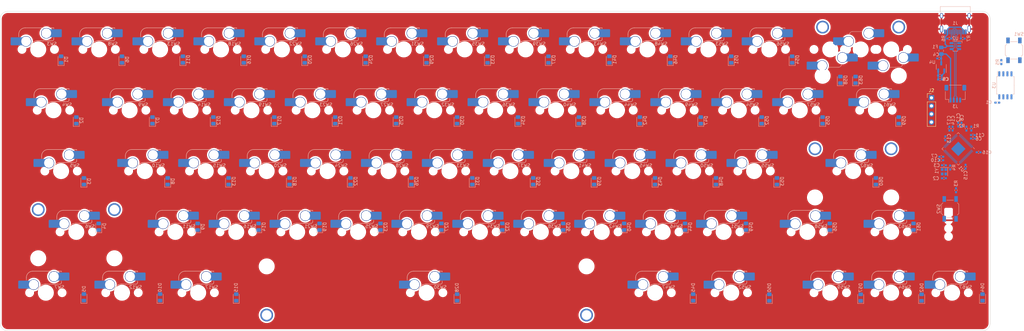
<source format=kicad_pcb>
(kicad_pcb (version 20211014) (generator pcbnew)
  (layers (0 "F.Cu" signal) (31 "B.Cu" signal) (34 "B.Paste" user) (35 "F.Paste" user) (36 "B.SilkS" user "B.Silkscreen") (37 "F.SilkS" user "F.Silkscreen") (38 "B.Mask" user) (39 "F.Mask" user) (44 "Edge.Cuts" user))
  (net 0 "")
  (net 1 "+1V1")
  (net 2 "GND")
  (net 3 "+3V3")
  (net 4 "+5V")
  (net 5 "ROW1")
  (net 6 "Net-(D1-Pad2)")
  (net 7 "ROW2")
  (net 8 "Net-(D2-Pad2)")
  (net 9 "ROW3")
  (net 10 "Net-(D3-Pad2)")
  (net 11 "ROW4")
  (net 12 "Net-(D4-Pad2)")
  (net 13 "Net-(D5-Pad2)")
  (net 14 "Net-(D6-Pad2)")
  (net 15 "Net-(D7-Pad2)")
  (net 16 "Net-(D8-Pad2)")
  (net 17 "Net-(D9-Pad2)")
  (net 18 "Net-(D10-Pad2)")
  (net 19 "Net-(D11-Pad2)")
  (net 20 "Net-(D12-Pad2)")
  (net 21 "Net-(D13-Pad2)")
  (net 22 "Net-(D14-Pad2)")
  (net 23 "Net-(D15-Pad2)")
  (net 24 "Net-(D16-Pad2)")
  (net 25 "Net-(D17-Pad2)")
  (net 26 "Net-(D18-Pad2)")
  (net 27 "Net-(D19-Pad2)")
  (net 28 "Net-(D20-Pad2)")
  (net 29 "Net-(D21-Pad2)")
  (net 30 "Net-(D22-Pad2)")
  (net 31 "Net-(D23-Pad2)")
  (net 32 "Net-(D24-Pad2)")
  (net 33 "Net-(D25-Pad2)")
  (net 34 "Net-(D26-Pad2)")
  (net 35 "Net-(D27-Pad2)")
  (net 36 "Net-(D28-Pad2)")
  (net 37 "Net-(D29-Pad2)")
  (net 38 "Net-(D30-Pad2)")
  (net 39 "Net-(D31-Pad2)")
  (net 40 "Net-(D32-Pad2)")
  (net 41 "Net-(D33-Pad2)")
  (net 42 "Net-(D34-Pad2)")
  (net 43 "Net-(D35-Pad2)")
  (net 44 "Net-(D36-Pad2)")
  (net 45 "Net-(D37-Pad2)")
  (net 46 "Net-(D38-Pad2)")
  (net 47 "Net-(D39-Pad2)")
  (net 48 "Net-(D40-Pad2)")
  (net 49 "Net-(D41-Pad2)")
  (net 50 "Net-(D42-Pad2)")
  (net 51 "Net-(D43-Pad2)")
  (net 52 "Net-(D44-Pad2)")
  (net 53 "Net-(D45-Pad2)")
  (net 54 "Net-(D46-Pad2)")
  (net 55 "Net-(D47-Pad2)")
  (net 56 "Net-(D48-Pad2)")
  (net 57 "Net-(D49-Pad2)")
  (net 58 "Net-(D50-Pad2)")
  (net 59 "Net-(D51-Pad2)")
  (net 60 "Net-(D52-Pad2)")
  (net 61 "Net-(D53-Pad2)")
  (net 62 "Net-(D54-Pad2)")
  (net 63 "Net-(D55-Pad2)")
  (net 64 "Net-(D56-Pad2)")
  (net 65 "Net-(D57-Pad2)")
  (net 66 "Net-(D58-Pad2)")
  (net 67 "Net-(D59-Pad2)")
  (net 68 "Net-(D60-Pad2)")
  (net 69 "Net-(D61-Pad2)")
  (net 70 "Net-(D62-Pad2)")
  (net 71 "Net-(D63-Pad2)")
  (net 72 "Net-(D64-Pad2)")
  (net 73 "VBUS")
  (net 74 "RESET")
  (net 75 "/CC1")
  (net 77 "/CC2")
  (net 78 "D_P")
  (net 79 "/D_+")
  (net 80 "D_N")
  (net 81 "/D_-")
  (net 82 "Net-(R4-Pad2)")
  (net 83 "/USB_BOOT")
  (net 84 "CS")
  (net 85 "COL0")
  (net 86 "COL1")
  (net 87 "COL2")
  (net 88 "COL3")
  (net 89 "COL4")
  (net 90 "COL5")
  (net 91 "COL6")
  (net 92 "COL7")
  (net 93 "COL8")
  (net 94 "COL9")
  (net 95 "COL10")
  (net 96 "COL11")
  (net 97 "COL12")
  (net 98 "COL13")
  (net 99 "COL14")
  (net 106 "SCL")
  (net 107 "SDA")
  (net 110 "SD3")
  (net 111 "QSPI_CLK")
  (net 112 "SD0")
  (net 113 "SD2")
  (net 114 "SD1")
  (net 115 "/XIN")
  (net 116 "/XOUT")
  (net 122 "ROW0")
  (footprint "Connector_PinHeader_2.54mm:PinHeader_1x04_P2.54mm_Vertical" (layer "F.Cu") (at 345.186 119.136)
    (fp_text reference "J2")
    (fp_text value "OLED")
  )
  (footprint "marbastlib-mx:SW_MX_HS_1u" (layer "B.Cu") (at 246.85625 123.03125 180)
    (fp_text reference "SW44")
    (fp_text value "O" hide)
  )
  (footprint "Diode_SMD:D_0805_2012Metric_Pad1.15x1.40mm_HandSolder" (layer "B.Cu") (at 191.94375 159.512 90)
    (fp_text reference "D27")
    (fp_text value "D")
  )
  (footprint "Diode_SMD:D_0805_2012Metric_Pad1.15x1.40mm_HandSolder" (layer "B.Cu") (at 182.5625 145.25625 90)
    (fp_text reference "D26")
    (fp_text value "D")
  )
  (footprint "Diode_SMD:D_0805_2012Metric_Pad1.15x1.40mm_HandSolder" (layer "B.Cu") (at 80.16875 181.61 90)
    (fp_text reference "D5")
    (fp_text value "D")
  )
  (footprint "Diode_SMD:D_0805_2012Metric_Pad1.15x1.40mm_HandSolder" (layer "B.Cu") (at 127.79375 181.64125 90)
    (fp_text reference "D15")
    (fp_text value "D")
  )
  (footprint "marbastlib-mx:SW_MX_HS_1u" (layer "B.Cu") (at 289.71875 142.08125 180)
    (fp_text reference "SW55")
    (fp_text value "Quote" hide)
  )
  (footprint "marbastlib-mx:SW_MX_HS_1u" (layer "B.Cu") (at 108.74375 161.13125 180)
    (fp_text reference "SW11")
    (fp_text value "Z" hide)
  )
  (footprint "marbastlib-various:SOT-23-6-routable" (layer "B.Cu") (at 352.647 102.931 180)
    (fp_text reference "U2")
    (fp_text value "SRV05-4")
  )
  (footprint "marbastlib-mx:SW_MX_HS_1u" (layer "B.Cu") (at 265.90625 123.03125 180)
    (fp_text reference "SW49")
    (fp_text value "P" hide)
  )
  (footprint "Diode_SMD:D_0805_2012Metric_Pad1.15x1.40mm_HandSolder" (layer "B.Cu") (at 361.15625 181.64103 90)
    (fp_text reference "D64")
    (fp_text value "D")
  )
  (footprint "Diode_SMD:D_0805_2012Metric_Pad1.15x1.40mm_HandSolder" (layer "B.Cu") (at 172.89375 159.512 90)
    (fp_text reference "D23")
    (fp_text value "D")
  )
  (footprint "Diode_SMD:D_0805_2012Metric_Pad1.15x1.40mm_HandSolder" (layer "B.Cu") (at 73.025 107.15625 90)
    (fp_text reference "D1")
    (fp_text value "D")
  )
  (footprint "Capacitor_SMD:C_0402_1005Metric_Pad0.74x0.62mm_HandSolder" (layer "B.Cu") (at 347.853 112.137 180)
    (fp_text reference "C5")
    (fp_text value "1uF")
  )
  (footprint "Button_Switch_SMD:SW_SPST_SKQG_WithStem" (layer "B.Cu") (at 370.967 104.267 90)
    (fp_text reference "SW1")
    (fp_text value "SW_Push")
  )
  (footprint "marbastlib-mx:STAB_MX_P_6.25u" (layer "B.Cu") (at 187.325 180.18125)
    (fp_text reference "S2" hide)
    (fp_text value "Space_Stab")
  )
  (footprint "marbastlib-mx:SW_MX_HS_1u" (layer "B.Cu") (at 142.08125 103.98125 180)
    (fp_text reference "SW22")
    (fp_text value "4" hide)
  )
  (footprint "marbastlib-mx:SW_MX_HS_1u" (layer "B.Cu") (at 242.09375 161.13125 180)
    (fp_text reference "SW42")
    (fp_text value "Comma" hide)
  )
  (footprint "Capacitor_SMD:C_0402_1005Metric_Pad0.74x0.62mm_HandSolder" (layer "B.Cu") (at 349.085066 144.322504 180)
    (fp_text reference "C2")
    (fp_text value "22pF")
  )
  (footprint "Capacitor_SMD:C_0402_1005Metric_Pad0.74x0.62mm_HandSolder" (layer "B.Cu") (at 353.556 127.508 90)
    (fp_text reference "C12")
    (fp_text value "100nF")
  )
  (footprint "marbastlib-mx:SW_MX_HS_1.25u" (layer "B.Cu") (at 68.2625 180.18125 180)
    (fp_text reference "SW7")
    (fp_text value "LCtrl" hide)
  )
  (footprint "Diode_SMD:D_0805_2012Metric_Pad1.15x1.40mm_HandSolder" (layer "B.Cu") (at 282.575 107.15625 90)
    (fp_text reference "D51")
    (fp_text value "D")
  )
  (footprint "Diode_SMD:D_0805_2012Metric_Pad1.15x1.40mm_HandSolder" (layer "B.Cu") (at 220.6625 145.25625 90)
    (fp_text reference "D35")
    (fp_text value "D")
  )
  (footprint "marbastlib-mx:SW_MX_HS_1.25u" (layer "B.Cu") (at 92.075 180.18125 180)
    (fp_text reference "SW12")
    (fp_text value "LWin" hide)
  )
  (footprint "Resistor_SMD:R_0402_1005Metric_Pad0.72x0.64mm_HandSolder" (layer "B.Cu") (at 356.108 128.778 -90)
    (fp_text reference "R2")
    (fp_text value "27R")
  )
  (footprint "marbastlib-mx:SW_MX_HS_1u" (layer "B.Cu") (at 261.14375 161.13125 180)
    (fp_text reference "SW46")
    (fp_text value "Period" hide)
  )
  (footprint "marbastlib-mx:SW_MX_HS_1u" (layer "B.Cu") (at 65.88125 103.98125 180)
    (fp_text reference "SW3")
    (fp_text value "Esc" hide)
  )
  (footprint "Diode_SMD:D_0805_2012Metric_Pad1.15x1.40mm_HandSolder" (layer "B.Cu") (at 301.625 107.15625 90)
    (fp_text reference "D54")
    (fp_text value "D")
  )
  (footprint "marbastlib-mx:SW_MX_HS_1u" (layer "B.Cu") (at 218.28125 103.98125 180)
    (fp_text reference "SW39")
    (fp_text value "8" hide)
  )
  (footprint "marbastlib-mx:SW_MX_HS_1u" (layer "B.Cu") (at 175.41875 142.08125 180)
    (fp_text reference "SW28")
    (fp_text value "G" hide)
  )
  (footprint "Diode_SMD:D_0805_2012Metric_Pad1.15x1.40mm_HandSolder" (layer "B.Cu") (at 339.58125 159.512 90)
    (fp_text reference "D61")
    (fp_text value "D")
  )
  (footprint "marbastlib-mx:SW_MX_HS_1u" (layer "B.Cu") (at 304.00625 123.03125 180)
    (fp_text reference "SW57")
    (fp_text value "]" hide)
  )
  (footprint "Diode_SMD:D_0805_2012Metric_Pad1.15x1.40mm_HandSolder" (layer "B.Cu") (at 296.8625 145.25625 90)
    (fp_text reference "D53")
    (fp_text value "D")
  )
  (footprint "Capacitor_SMD:C_0402_1005Metric_Pad0.74x0.62mm_HandSolder" (layer "B.Cu") (at 354.572 127.508 90)
    (fp_text reference "C8")
    (fp_text value "100nF")
  )
  (footprint "marbastlib-mx:SW_MX_HS_1u" (layer "B.Cu") (at 170.65625 123.03125 180)
    (fp_text reference "SW27")
    (fp_text value "T" hide)
  )
  (footprint "Diode_SMD:D_0805_2012Metric_Pad1.15x1.40mm_HandSolder" (layer "B.Cu") (at 292.1 126.20625 90)
    (fp_text reference "D52")
    (fp_text value "D")
  )
  (footprint "marbastlib-mx:SW_MX_HS_1u" (layer "B.Cu") (at 161.13125 103.98125 180)
    (fp_text reference "SW26")
    (fp_text value "5" hide)
  )
  (footprint "marbastlib-mx:SW_MX_HS_1u" (layer "B.Cu") (at 84.93125 103.98125 180)
    (fp_text reference "SW8")
    (fp_text value "1" hide)
  )
  (footprint "marbastlib-mx:SW_MX_HS_1u" (layer "B.Cu") (at 313.53125 180.18125 180)
    (fp_text reference "SW59")
    (fp_text value "Left" hide)
  )
  (footprint "Diode_SMD:D_0805_2012Metric_Pad1.15x1.40mm_HandSolder" (layer "B.Cu") (at 196.85 181.64125 90)
    (fp_text reference "D28")
    (fp_text value "D")
  )
  (footprint "Diode_SMD:D_0805_2012Metric_Pad1.15x1.40mm_HandSolder" (layer "B.Cu") (at 230.04375 159.512 90)
    (fp_text reference "D36")
    (fp_text value "D")
  )
  (footprint "Diode_SMD:D_0805_2012Metric_Pad1.15x1.40mm_HandSolder" (layer "B.Cu") (at 234.95 126.20625 90)
    (fp_text reference "D38")
    (fp_text value "D")
  )
  (footprint "marbastlib-mx:SW_MX_HS_1u" (layer "B.Cu") (at 270.66875 142.08125 180)
    (fp_text reference "SW50")
    (fp_text value "Colon" hide)
  )
  (footprint "marbastlib-mx:SW_MX_HS_1u" (layer "B.Cu") (at 203.99375 161.13125 180)
    (fp_text reference "SW34")
    (fp_text value "N" hide)
  )
  (footprint "marbastlib-mx:SW_MX_HS_1u" (layer "B.Cu") (at 165.89375 161.13125 180)
    (fp_text reference "SW25")
    (fp_text value "V" hide)
  )
  (footprint "Diode_SMD:D_0805_2012Metric_Pad1.15x1.40mm_HandSolder" (layer "B.Cu") (at 263.525 107.15625 90)
    (fp_text reference "D46")
    (fp_text value "D")
  )
  (footprint "Diode_SMD:D_0805_2012Metric_Pad1.15x1.40mm_HandSolder" (layer "B.Cu") (at 153.84375 159.512 90)
    (fp_text reference "D19")
    (fp_text value "D")
  )
  (footprint "marbastlib-mx:SW_MX_HS_1u" (layer "B.Cu") (at 320.675 142.08125 180)
    (fp_text reference "SW62")
    (fp_text value "Enter" hide)
  )
  (footprint "Package_SO:SOIC-8_5.23x5.23mm_P1.27mm" (layer "B.Cu") (at 368.3 115.2305 -90)
    (fp_text reference "U3")
    (fp_text value "W25Q128JVS")
  )
  (footprint "Package_DFN_QFN:QFN-56-1EP_7x7mm_P0.4mm_EP3.2x3.2mm" (layer "B.Cu") (at 353.568 135.128 135)
    (fp_text reference "U1")
    (fp_text value "RP2040")
  )
  (footprint "Diode_SMD:D_0805_2012Metric_Pad1.15x1.40mm_HandSolder" (layer "B.Cu") (at 316.70625 113.50625 90)
    (fp_text reference "D58")
    (fp_text value "D")
  )
  (footprint "Diode_SMD:D_0805_2012Metric_Pad1.15x1.40mm_HandSolder" (layer "B.Cu") (at 144.4625 145.25625 90)
    (fp_text reference "D18")
    (fp_text value "D")
  )
  (footprint "Capacitor_SMD:C_0402_1005Metric_Pad0.74x0.62mm_HandSolder" (layer "B.Cu") (at 365.76 120.65 180)
    (fp_text reference "C1")
    (fp_text value "100nF")
  )
  (footprint "marbastlib-mx:SW_MX_HS_1u" (layer "B.Cu") (at 146.84375 161.13125 180)
    (fp_text reference "SW21")
    (fp_text value "C" hide)
  )
  (footprint "Capacitor_SMD:C_0402_1005Metric_Pad0.74x0.62mm_HandSolder" (layer "B.Cu") (at 359.918 136.1995)
    (fp_text reference "C16")
    (fp_text value "100nF")
  )
  (footprint "marbastlib-mx:SW_MX_HS_1u" (layer "B.Cu") (at 151.60625 123.03125 180)
    (fp_text reference "SW23")
    (fp_text value "R" hide)
  )
  (footprint "marbastlib-mx:SW_MX_HS_S_1u" (layer "B.Cu") (at 323.05625 103.98125 180)
    (fp_text reference "SW65" hide)
    (fp_text value "BkSpc" hide)
  )
  (footprint "Capacitor_SMD:C_0402_1005Metric_Pad0.74x0.62mm_HandSolder" (layer "B.Cu") (at 351.79 128.778 90)
    (fp_text reference "C14")
    (fp_text value "100nF")
  )
  (footprint "Diode_SMD:D_0805_2012Metric_Pad1.15x1.40mm_HandSolder" (layer "B.Cu") (at 120.65 126.20625 90)
    (fp_text reference "D12")
    (fp_text value "D")
  )
  (footprint "Diode_SMD:D_0805_2012Metric_Pad1.15x1.40mm_HandSolder" (layer "B.Cu") (at 239.7125 145.25625 90)
    (fp_text reference "D39")
    (fp_text value "D")
  )
  (footprint "Diode_SMD:D_0805_2012Metric_Pad1.15x1.40mm_HandSolder" (layer "B.Cu") (at 106.3625 145.25625 90)
    (fp_text reference "D8")
    (fp_text value "D")
  )
  (footprint "marbastlib-mx:SW_MX_HS_1u" (layer "B.Cu") (at 94.45625 123.03125 180)
    (fp_text reference "SW9")
    (fp_text value "Q" hide)
  )
  (footprint "Resistor_SMD:R_0402_1005Metric_Pad0.72x0.64mm_HandSolder" (layer "B.Cu") (at 354.965 100.584)
    (fp_text reference "R7")
    (fp_text value "5k1")
  )
  (footprint "Diode_SMD:D_0805_2012Metric_Pad1.15x1.40mm_HandSolder" (layer "B.Cu") (at 101.6 126.20625 90)
    (fp_text reference "D7")
    (fp_text value "D")
  )
  (footprint "Resistor_SMD:R_0402_1005Metric_Pad0.72x0.64mm_HandSolder" (layer "B.Cu") (at 351.028 140.97 90)
    (fp_text reference "R4")
    (fp_text value "1k")
  )
  (footprint "marbastlib-mx:SW_MX_HS_1u" (layer "B.Cu") (at 237.33125 103.98125 180)
    (fp_text reference "SW43")
    (fp_text value "9" hide)
  )
  (footprint "Diode_SMD:D_0805_2012Metric_Pad1.15x1.40mm_HandSolder" (layer "B.Cu") (at 77.7875 126.20625 90)
    (fp_text reference "D2")
    (fp_text value "D")
  )
  (footprint "Diode_SMD:D_0805_2012Metric_Pad1.15x1.40mm_HandSolder" (layer "B.Cu") (at 125.4125 145.25625 90)
    (fp_text reference "D13")
    (fp_text value "D")
  )
  (footprint "Resistor_SMD:R_0402_1005Metric_Pad0.72x0.64mm_HandSolder" (layer "B.Cu") (at 350.774 100.584 180)
    (fp_text reference "R6")
    (fp_text value "5k1")
  )
  (footprint "Diode_SMD:D_0805_2012Metric_Pad1.15x1.40mm_HandSolder" (layer "B.Cu") (at 313.3875 159.512 90)
    (fp_text reference "D56")
    (fp_text value "D")
  )
  (footprint "Diode_SMD:D_0805_2012Metric_Pad1.15x1.40mm_HandSolder" (layer "B.Cu") (at 327.81875 145.25625 90)
    (fp_text reference "D60")
    (fp_text value "D")
  )
  (footprint "marbastlib-mx:SW_MX_HS_1u" (layer "B.Cu") (at 284.95625 123.03125 180)
    (fp_text reference "SW54")
    (fp_text value "[" hide)
  )
  (footprint "Capacitor_SMD:C_0402_1005Metric_Pad0.74x0.62mm_HandSolder" (layer "B.Cu") (at 349.085066 140.258504)
    (fp_text reference "C3")
    (fp_text value "22pF")
  )
  (footprint "Diode_SMD:D_0805_2012Metric_Pad1.15x1.40mm_HandSolder" (layer "B.Cu") (at 225.425 107.15625 90)
    (fp_text reference "D37")
    (fp_text value "D")
  )
  (footprint "Capacitor_SMD:C_0402_1005Metric_Pad0.74x0.62mm_HandSolder" (layer "B.Cu") (at 347.599 106.807)
    (fp_text reference "C4")
    (fp_text value "1uF")
  )
  (footprint "Connector_USB:USB_C_Receptacle_HRO_TYPE-C-31-M-12" (layer "B.Cu") (at 352.642 94.45625)
    (fp_text reference "J1")
    (fp_text value "USB_C_Receptacle_USB2.0")
  )
  (footprint "marbastlib-mx:SW_MX_HS_1u" (layer "B.Cu") (at 127.79375 161.13125 180)
    (fp_text reference "SW16")
    (fp_text value "X" hide)
  )
  (footprint "marbastlib-mx:SW_MX_HS_1u" (layer "B.Cu") (at 275.43125 103.98125 180)
    (fp_text reference "SW53")
    (fp_text value "Minus" hide)
  )
  (footprint "marbastlib-mx:SW_MX_HS_1u" (layer "B.Cu") (at 180.18125 103.98125 180)
    (fp_text reference "SW31")
    (fp_text value "6" hide)
  )
  (footprint "Diode_SMD:D_0805_2012Metric_Pad1.15x1.40mm_HandSolder" (layer "B.Cu") (at 268.14375 159.512 90)
    (fp_text reference "D44")
    (fp_text value "D")
  )
  (footprint "Diode_SMD:D_0805_2012Metric_Pad1.15x1.40mm_HandSolder" (layer "B.Cu") (at 115.74375 159.512 90)
    (fp_text reference "D9")
    (fp_text value "D")
  )
  (footprint "marbastlib-mx:SW_MX_HS_1u" (layer "B.Cu") (at 332.58125 161.13125 180)
    (fp_text reference "SW63")
    (fp_text value "Up" hide)
  )
  (footprint "Capacitor_SMD:C_0402_1005Metric_Pad0.74x0.62mm_HandSolder" (layer "B.Cu") (at 348.252 137.59925 180)
    (fp_text reference "C7")
    (fp_text value "100nF")
  )
  (footprint "Diode_SMD:D_0805_2012Metric_Pad1.15x1.40mm_HandSolder" (layer "B.Cu") (at 134.79375 159.512 90)
    (fp_text reference "D14")
    (fp_text value "D")
  )
  (footprint "Diode_SMD:D_0805_2012Metric_Pad1.15x1.40mm_HandSolder" (layer "B.Cu") (at 273.05 126.20625 90)
    (fp_text reference "D47")
    (fp_text value "D")
  )
  (footprint "Diode_SMD:D_0805_2012Metric_Pad1.15x1.40mm_HandSolder" (layer "B.Cu") (at 130.175 107.15625 90)
    (fp_text reference "D16")
    (fp_text value "D")
  )
  (footprint "Capacitor_SMD:C_0402_1005Metric_Pad0.74x0.62mm_HandSolder" (layer "B.Cu") (at 349.504 131.826 90)
    (fp_text reference "C13")
    (fp_text value "100nF")
  )
  (footprint "marbastlib-mx:SW_MX_HS_1.5u" (layer "B.Cu") (at 327.81875 123.03125 180)
    (fp_text reference "SW61")
    (fp_text value "BkSlsh" hide)
  )
  (footprint "marbastlib-mx:SW_MX_HS_1u" (layer "B.Cu") (at 213.51875 142.08125 180)
    (fp_text reference "SW37")
    (fp_text value "J" hide)
  )
  (footprint "Diode_SMD:D_0805_2012Metric_Pad1.15x1.40mm_HandSolder" (layer "B.Cu") (at 334.9625 126.20625 90)
    (fp_text reference "D59")
    (fp_text value "D")
  )
  (footprint "Diode_SMD:D_0805_2012Metric_Pad1.15x1.40mm_HandSolder" (layer "B.Cu") (at 92.075 107.15625 90)
    (fp_text reference "D6")
    (fp_text value "D")
  )
  (footprint "marbastlib-mx:SW_MX_HS_1u" (layer "B.Cu") (at 280.19375 161.13125 180)
    (fp_text reference "SW51")
    (fp_text value "Slash" hide)
  )
  (footprint "marbastlib-mx:SW_MX_HS_1u" (layer "B.Cu") (at 208.75625 123.03125 180)
    (fp_text reference "SW36")
    (fp_text value "U" hide)
  )
  (footprint "marbastlib-mx:SW_MX_HS_1u" (layer "B.Cu") (at 227.80625 123.03125 180)
    (fp_text reference "SW40")
    (fp_text value "I" hide)
  )
  (footprint "Diode_SMD:D_0805_2012Metric_Pad1.15x1.40mm_HandSolder" (layer "B.Cu") (at 158.75 126.20625 90)
    (fp_text reference "D21")
    (fp_text value "D")
  )
  (footprint "marbastlib-mx:SW_MX_HS_1u" (layer "B.Cu") (at 251.61875 142.08125 180)
    (fp_text reference "SW45")
    (fp_text value "L" hide)
  )
  (footprint "Diode_SMD:D_0805_2012Metric_Pad1.15x1.40mm_HandSolder" (layer "B.Cu") (at 168.275 107.15625 90)
    (fp_text reference "D24")
    (fp_text value "D")
  )
  (footprint "marbastlib-mx:SW_MX_HS_1u" (layer "B.Cu") (at 113.50625 123.03125 180)
    (fp_text reference "SW14")
    (fp_text value "W" hide)
  )
  (footprint "Diode_SMD:D_0805_2012Metric_Pad1.15x1.40mm_HandSolder" (layer "B.Cu") (at 149.225 107.15625 90)
    (fp_text reference "D20")
    (fp_text value "D")
  )
  (footprint "marbastlib-mx:SW_MX_HS_S_1u" (layer "B.Cu") (at 313.53125 103.98125)
    (fp_text reference "SW60" hide)
    (fp_text value "Pipe" hide)
  )
  (footprint "Package_TO_SOT_SMD:SOT-23-3" (layer "B.Cu") (at 348.234 109.474 90)
    (fp_text reference "U4")
    (fp_text value "XC6206PxxxMR")
  )
  (footprint "Diode_SMD:D_0805_2012Metric_Pad1.15x1.40mm_HandSolder" (layer "B.Cu") (at 206.375 107.15625 90)
    (fp_text reference "D33")
    (fp_text value "D")
  )
  (footprint "marbastlib-mx:SW_MX_HS_1u" (layer "B.Cu") (at 232.56875 142.08125 180)
    (fp_text reference "SW41")
    (fp_text value "K" hide)
  )
  (footprint "Diode_SMD:D_0805_2012Metric_Pad1.15x1.40mm_HandSolder" (layer "B.Cu") (at 244.475 107.15625 90)
    (fp_text reference "D41")
    (fp_text value "D")
  )
  (footprint "marbastlib-mx:SW_MX_HS_1.5u" (layer "B.Cu") (at 70.64375 123.03125 180)
    (fp_text reference "SW4")
    (fp_text value "Tab" hide)
  )
  (footprint "marbastlib-mx:SW_MX_HS_1u" (layer "B.Cu") (at 332.58125 180.18125 180)
    (fp_text reference "SW64")
    (fp_text value "Down" hide)
  )
  (footprint "marbastlib-mx:SW_MX_HS_1u" (layer "B.Cu") (at 194.46875 142.08125 180)
    (fp_text reference "SW33")
    (fp_text value "H" hide)
  )
  (footprint "Capacitor_SMD:C_0402_1005Metric_Pad0.74x0.62mm_HandSolder" (layer "B.Cu") (at 350.774 128.778 90)
    (fp_text reference "C17")
    (fp_text value "100nF")
  )
  (footprint "Diode_SMD:D_0805_2012Metric_Pad1.15x1.40mm_HandSolder" (layer "B.Cu") (at 177.8 126.20625 90)
    (fp_text reference "D25")
    (fp_text value "D")
  )
  (footprint "Diode_SMD:D_0805_2012Metric_Pad1.15x1.40mm_HandSolder" (layer "B.Cu") (at 342.10625 181.69125 90)
    (fp_text reference "D62")
    (fp_text value "D")
  )
  (footprint "Diode_SMD:D_0805_2012Metric_Pad1.15x1.40mm_HandSolder" (layer "B.Cu") (at 80.16875 145.25625 90)
    (fp_text reference "D3")
    (fp_text value "D")
  )
  (footprint "Fuse:Fuse_0805_2012Metric_Pad1.15x1.40mm_HandSolder" (layer "B.Cu") (at 348.234 104.394 -90)
    (fp_text reference "F1")
    (fp_text value "500mA")
  )
  (footprint "Diode_SMD:D_0805_2012Metric_Pad1.15x1.40mm_HandSolder" (layer "B.Cu") (at 103.98125 181.61 90)
    (fp_text reference "D10")
    (fp_text value "D")
  )
  (footprint "Resistor_SMD:R_0402_1005Metric_Pad0.72x0.64mm_HandSolder" (layer "B.Cu") (at 352.8596 148.082 -90)
    (fp_text reference "R3")
    (fp_text value "1k")
  )
  (footprint "Diode_SMD:D_0805_2012Metric_Pad1.15x1.40mm_HandSolder" (layer "B.Cu") (at 254 126.20625 90)
    (fp_text reference "D42")
    (fp_text value "D")
  )
  (footprint "marbastlib-mx:SW_MX_HS_1u" (layer "B.Cu") (at 187.325 180.18125 180)
    (fp_text reference "SW30")
    (fp_text value "Space" hide)
  )
  (footprint "Diode_SMD:D_0805_2012Metric_Pad1.15x1.40mm_HandSolder" (layer "B.Cu") (at 201.6125 145.25625 90)
    (fp_text reference "D31")
    (fp_text value "D")
  )
  (footprint "Diode_SMD:D_0805_2012Metric_Pad1.15x1.40mm_HandSolder" (layer "B.Cu") (at 111.125 107.15625 90)
    (fp_text reference "D11")
    (fp_text value "D")
  )
  (footprint "Diode_SMD:D_0805_2012Metric_Pad1.15x1.40mm_HandSolder" (layer "B.Cu") (at 311.15 126.20625 90)
    (fp_text reference "D55")
    (fp_text value "D")
  )
  (footprint "marbastlib-mx:SW_MX_HS_1u" (layer "B.Cu") (at 103.98125 103.98125 180)
    (fp_text reference "SW13")
    (fp_text value "2" hide)
  )
  (footprint "marbastlib-mx:SW_MX_HS_1u" (layer "B.Cu") (at 118.26875 142.08125 180)
    (fp_text reference "SW15")
    (fp_text value "S" hide)
  )
  (footprint "Diode_SMD:D_0805_2012Metric_Pad1.15x1.40mm_HandSolder" (layer "B.Cu") (at 187.325 107.15625 90)
    (fp_text reference "D29")
    (fp_text value "D")
  )
  (footprint "Diode_SMD:D_0805_2012Metric_Pad1.15x1.40mm_HandSolder" (layer "B.Cu") (at 294.48125 181.69125 90)
    (fp_text reference "D50")
    (fp_text value "D")
  )
  (footprint "marbastlib-mx:SW_MX_HS_1.25u" (layer "B.Cu") (at 258.7625 180.18125 180)
    (fp_text reference "SW47")
    (fp_text value "RAlt" hide)
  )
  (footprint "Capacitor_SMD:C_0402_1005Metric_Pad0.74x0.62mm_HandSolder" (layer "B.Cu") (at 355.854 140.716 -90)
    (fp_text reference "C15")
    (fp_text value "100nF")
  )
  (footprint "Capacitor_SMD:C_0402_1005Metric_Pad0.74x0.62mm_HandSolder" (layer "B.Cu") (at 347.853 113.411)
    (fp_text reference "C9")
    (fp_text value "10uF")
  )
  (footprint "marbastlib-mx:SW_MX_HS_1u" (layer "B.Cu") (at 132.55625 123.03125 180)
    (fp_text reference "SW19")
    (fp_text value "E" hide)
  )
  (footprint "marbastlib-mx:SW_MX_HS_1u" (layer "B.Cu") (at 123.03125 103.98125 180)
    (fp_text reference "SW18")
    (fp_text value "3" hide)
  )
  (footprint "Diode_SMD:D_0805_2012Metric_Pad1.15x1.40mm_HandSolder" (layer "B.Cu") (at 249.09375 159.512 90)
    (fp_text reference "D40")
    (fp_text value "D")
  )
  (footprint "marbastlib-mx:STAB_MX_P_2.25u" (layer "B.Cu") (at 320.675 142.08125 180)
    (fp_text reference "S4" hide)
    (fp_text value "Enter_Stab")
  )
  (footprint "Diode_SMD:D_0805_2012Metric_Pad1.15x1.40mm_HandSolder" (layer "B.Cu") (at 196.85 126.20625 90)
    (fp_text reference "D30")
    (fp_text value "D")
  )
  (footprint "Diode_SMD:D_0805_2012Metric_Pad1.15x1.40mm_HandSolder" (layer "B.Cu") (at 163.5125 145.25625 90)
    (fp_text reference "D22")
    (fp_text value "D")
  )
  (footprint "marbastlib-mx:STAB_MX_P_2u" (layer "B.Cu") (at 323.05625 103.98125 180)
    (fp_text reference "S3" hide)
    (fp_text value "BkSpc_Stab")
  )
  (footprint "marbastlib-mx:STAB_MX_P_2.25u" (layer "B.Cu") (at 77.7875 161.13125 180)
    (fp_text reference "S1" hide)
    (fp_text value "LShift_Stab")
  )
  (footprint "marbastlib-mx:SW_MX_HS_1u" (layer "B.Cu") (at 294.48125 103.98125 180)
    (fp_text reference "SW56")
    (fp_text value "Plus" hide)
  )
  (footprint "marbastlib-mx:SW_MX_HS_1u" (layer "B.Cu") (at 137.31875 142.08125 180)
    (fp_text reference "SW20")
    (fp_text value "D" hide)
  )
  (footprint "marbastlib-mx:SW_MX_HS_1.75u" (layer "B.Cu") (at 73.025 142.08125 180)
    (fp_text reference "SW5")
    (fp_text value "Caps" hide)
  )
  (footprint "marbastlib-mx:SW_MX_HS_1u" (layer "B.Cu") (at 199.23125 103.98125 180)
    (fp_text reference "SW35")
    (fp_text value "7" hide)
  )
  (footprint "marbastlib-mx:SW_MX_HS_1u" (layer "B.Cu") (at 156.36875 142.08125 180)
    (fp_text reference "SW24")
    (fp_text value "F" hide)
  )
  (footprint "marbastlib-mx:SW_MX_HS_1u" (layer "B.Cu") (at 99.21875 142.08125 180)
    (fp_text reference "SW10")
    (fp_text value "A" hide)
  )
  (footprint "Diode_SMD:D_0805_2012Metric_Pad1.15x1.40mm_HandSolder" (layer "B.Cu") (at 277.8125 145.25625 90)
    (fp_text reference "D48")
    (fp_text value "D")
  )
  (footprint "Button_Switch_SMD:SW_SPST_SKQG_WithStem" (layer "B.Cu") (at 351.028 153.924 -90)
    (fp_text reference "SW2")
    (fp_text value "SW_Push")
  )
  (footprint "Diode_SMD:D_0805_2012Metric_Pad1.15x1.40mm_HandSolder" (layer "B.Cu") (at 139.7 126.20625 90)
    (fp_text reference "D17")
    (fp_text value "D")
  )
  (footprint "Capacitor_SMD:C_0402_1005Metric_Pad0.74x0.62mm_HandSolder" (layer "B.Cu") (at 358.14 130.81)
    (fp_text reference "C11")
    (fp_text value "100nF")
  )
  (footprint "marbastlib-mx:SW_MX_HS_1u" (layer "B.Cu") (at 256.38125 103.98125 180)
    (fp_text reference "SW48")
    (fp_text value "0" hide)
  )
  (footprint "Diode_SMD:D_0805_2012Metric_Pad1.15x1.40mm_HandSolder" (layer "B.Cu") (at 287.19375 159.4995 90)
    (fp_text reference "D49")
    (fp_text value "D")
  )
  (footprint "Diode_SMD:D_0805_2012Metric_Pad1.15x1.40mm_HandSolder" (layer "B.Cu") (at 215.9 126.20625 90)
    (fp_text reference "D34")
    (fp_text value "D")
  )
  (footprint "marbastlib-mx:SW_MX_HS_1.25u" (layer "B.Cu") (at 282.575 180.18125 180)
    (fp_text reference "SW52")
    (fp_text value "Fn" hide)
  )
  (footprint "marbastlib-mx:SW_MX_HS_1.25u" (layer "B.Cu") (at 115.8875 180.18125 180)
    (fp_text reference "SW17")
    (fp_text value "LAlt" hide)
  )
  (footprint "Connector_JST:JST_SH_SM04B-SRSS-TB_1x04-1MP_P1.00mm_Horizontal" (layer "B.Cu") (at 352.6536 117.856)
    (fp_text reference "J3")
    (fp_text value "DB")
  )
  (footprint "marbastlib-mx:SW_MX_HS_1u" (layer "B.Cu") (at 351.63125 180.18125 180)
    (fp_text reference "SW67")
    (fp_text value "Right" hide)
  )
  (footprint "Diode_SMD:D_0805_2012Metric_Pad1.15x1.40mm_HandSolder" (layer "B.Cu") (at 258.7625 145.25625 90)
    (fp_text reference "D43")
    (fp_text value "D")
  )
  (footprint "marbastlib-mx:SW_MX_HS_1u" (layer "B.Cu") (at 184.94375 161.13125 180)
    (fp_text reference "SW29")
    (fp_text value "B" hide)
  )
  (footprint "marbastlib-mx:SW_MX_HS_1u" (layer "B.Cu") (at 189.70625 123.03125 180)
    (fp_text reference "SW32")
    (fp_text value "Y" hide)
  )
  (footprint "Diode_SMD:D_0805_2012Metric_Pad1.15x1.40mm_HandSolder" (layer "B.Cu") (at 270.66875 181.64125 90)
    (fp_text reference "D45")
    (fp_text value "D")
  )
  (footprint "Diode_SMD:D_0805_2012Metric_Pad1.15x1.40mm_HandSolder" (layer "B.Cu") (at 321.46875 113.50625 90)
    (fp_text reference "D63")
    (fp_text value "D")
  )
  (footprint "marbastlib-mx:SW_MX_HS_1.75u" (layer "B.Cu") (at 306.3875 161.13125 180)
    (fp_text reference "SW58")
    (fp_text value "RShift" hide)
  )
  (footprint "Crystal:Crystal_SMD_2016-4Pin_2.0x1.6mm" (layer "B.Cu") (at 349.085066 142.281804 -90)
    (fp_text reference "Y1")
    (fp_text value "12MHz")
  )
  (footprint "Diode_SMD:D_0805_2012Metric_Pad1.15x1.40mm_HandSolder" (layer "B.Cu") (at 84.7875 159.512 90)
    (fp_text reference "D4")
    (fp_text value "D")
  )
  (footprint "Capacitor_SMD:C_0402_1005Metric_Pad0.74x0.62mm_HandSolder" (layer "B.Cu") (at 358.14 131.8715)
    (fp_text reference "C6")
    (fp_text value "1uF")
  )
  (footprint "Diode_SMD:D_0805_2012Metric_Pad1.15x1.40mm_HandSolder" (layer "B.Cu") (at 323.05625 181.69125 90)
    (fp_text reference "D57")
    (fp_text value "D")
  )
  (footprint "marbastlib-mx:SW_MX_HS_S_1u" (layer "B.Cu") (at 332.58125 103.98125)
    (fp_text reference "SW66" hide)
    (fp_text value "Tilde" hide)
  )
  (footprint "marbastlib-mx:SW_MX_HS_1u" (layer "B.Cu") (at 77.7875 161.13125 180)
    (fp_text reference "SW6")
    (fp_text value "LShift" hide)
  )
  (footprint "Diode_SMD:D_0805_2012Metric_Pad1.15x1.40mm_HandSolder" (layer "B.Cu") (at 210.99375 159.512 90)
    (fp_text reference "D32")
    (fp_text value "D")
  )
  (footprint "Resistor_SMD:R_0402_1005Metric_Pad0.72x0.64mm_HandSolder" (layer "B.Cu") (at 357.632 128.778 -90)
    (fp_text reference "R1")
    (fp_text value "27R")
  )
  (footprint "Resistor_SMD:R_0402_1005Metric_Pad0.72x0.64mm_HandSolder" (layer "B.Cu") (at 367.03 107.95 -90)
    (fp_text reference "R5")
    (fp_text value "1k")
  )
  (footprint "Capacitor_SMD:C_0402_1005Metric_Pad0.74x0.62mm_HandSolder" (layer "B.Cu") (at 348.234 138.684 180)
    (fp_text reference "C10")
    (fp_text value "1uF")
  )
  (footprint "marbastlib-mx:SW_MX_HS_1u" (layer "B.Cu") (at 223.04375 161.13125 180)
    (fp_text reference "SW38")
    (fp_text value "M" hide)
  )
  (gr_arc (start 53.975 94.45625) (mid 54.672452 92.772452) (end 56.35625 92.075) (layer "Edge.Cuts") (width 0.1))
  (gr_line (start 361.15625 92.075) (end 56.35625 92.075) (layer "Edge.Cuts") (width 0.1))
  (gr_arc (start 56.35625 192.0875) (mid 54.672452 191.390048) (end 53.975 189.70625) (layer "Edge.Cuts") (width 0.1))
  (gr_line (start 363.5375 189.70625) (end 363.5375 94.45625) (layer "Edge.Cuts") (width 0.1))
  (gr_line (start 53.975 94.45625) (end 53.975 189.70625) (layer "Edge.Cuts") (width 0.1))
  (gr_arc (start 361.15625 92.075) (mid 362.840048 92.772452) (end 363.5375 94.45625) (layer "Edge.Cuts") (width 0.1))
  (gr_arc (start 363.5375 189.70625) (mid 362.840048 191.390048) (end 361.15625 192.0875) (layer "Edge.Cuts") (width 0.1))
  (gr_line (start 56.35625 192.0875) (end 361.15625 192.0875) (layer "Edge.Cuts") (width 0.1))
  (segment (start 349.184 111.3735) (end 348.4205 112.137) (width 0.381) (layer "B.Cu") (net 2))
  (segment (start 349.184 110.6115) (end 349.184 111.3735) (width 0.381) (layer "B.Cu") (net 2))
  (segment (start 348.4205 112.137) (end 348.4205 113.411) (width 0.381) (layer "B.Cu") (net 2))
  (segment (start 347.284 113.4095) (end 347.2855 113.411) (width 0.381) (layer "B.Cu") (net 3))
  (segment (start 347.284 110.6115) (end 347.284 113.4095) (width 0.381) (layer "B.Cu") (net 3))
  (segment (start 351.1536 119.856) (end 351.1536 106.8056) (width 0.381) (layer "B.Cu") (net 4))
  (segment (start 348.234 105.419) (end 348.234 108.3365) (width 0.381) (layer "B.Cu") (net 4))
  (segment (start 349.767 105.419) (end 348.234 105.419) (width 0.381) (layer "B.Cu") (net 4))
  (segment (start 351.1536 106.8056) (end 349.767 105.419) (width 0.381) (layer "B.Cu") (net 4))
  (segment (start 350.192 99.376186) (end 349.4785 100.089686) (width 0.381) (layer "B.Cu") (net 73))
  (segment (start 354.33 97.028) (end 355.092 97.79) (width 0.381) (layer "B.Cu") (net 73))
  (segment (start 350.192 97.698832) (end 350.862832 97.028) (width 0.381) (layer "B.Cu") (net 73))
  (segment (start 350.073 102.936) (end 349.631 103.378) (width 0.381) (layer "B.Cu") (net 73))
  (segment (start 350.073 102.931) (end 350.073 102.936) (width 0.381) (layer "B.Cu") (net 73))
  (segment (start 350.192 98.50125) (end 350.192 99.376186) (width 0.381) (layer "B.Cu") (net 73))
  (segment (start 350.192 98.50125) (end 350.192 97.698832) (width 0.381) (layer "B.Cu") (net 73))
  (segment (start 349.631 103.378) (end 348.243 103.378) (width 0.381) (layer "B.Cu") (net 73))
  (segment (start 349.4785 100.089686) (end 349.4785 102.3365) (width 0.381) (layer "B.Cu") (net 73))
  (segment (start 349.4785 102.3365) (end 350.073 102.931) (width 0.381) (layer "B.Cu") (net 73))
  (segment (start 350.862832 97.028) (end 354.33 97.028) (width 0.381) (layer "B.Cu") (net 73))
  (segment (start 348.243 103.378) (end 348.234 103.369) (width 0.381) (layer "B.Cu") (net 73))
  (segment (start 355.092 97.79) (end 355.092 98.50125) (width 0.381) (layer "B.Cu") (net 73))
  (segment (start 350.073 102.931) (end 351.472 102.931) (width 0.381) (layer "B.Cu") (net 73))
  (segment (start 351.392 98.50125) (end 351.392 100.5635) (width 0.254) (layer "B.Cu") (net 75))
  (segment (start 351.392 100.4365) (end 351.3715 100.457) (width 0.254) (layer "B.Cu") (net 75))
  (segment (start 351.392 100.5635) (end 351.3715 100.584) (width 0.254) (layer "B.Cu") (net 75))
  (segment (start 354.392 100.5595) (end 354.3675 100.584) (width 0.254) (layer "B.Cu") (net 77))
  (segment (start 354.392 98.50125) (end 354.392 100.5595) (width 0.254) (layer "B.Cu") (net 77))
  (segment (start 353.522 103.881) (end 352.892 103.251) (width 0.2) (layer "B.Cu") (net 78))
  (segment (start 352.872001 104.830999) (end 352.872001 118.582401) (width 0.2) (layer "B.Cu") (net 78))
  (segment (start 353.1536 118.864) (end 353.1536 119.856) (width 0.2) (layer "B.Cu") (net 78))
  (segment (start 352.392 98.50125) (end 352.392 99.37625) (width 0.2) (layer "B.Cu") (net 78))
  (segment (start 352.892 103.251) (end 352.892 99.87625) (width 0.2) (layer "B.Cu") (net 78))
  (segment (start 353.822 103.881) (end 353.522 103.881) (width 0.2) (layer "B.Cu") (net 78))
  (segment (start 353.392 99.37625) (end 353.392 98.50125) (width 0.2) (layer "B.Cu") (net 78))
  (segment (start 352.892 99.87625) (end 353.392 99.37625) (width 0.2) (layer "B.Cu") (net 78))
  (segment (start 352.872001 118.582401) (end 353.1536 118.864) (width 0.2) (layer "B.Cu") (net 78))
  (segment (start 353.822 103.881) (end 352.872001 104.830999) (width 0.2) (layer "B.Cu") (net 78))
  (segment (start 352.392 99.37625) (end 352.892 99.87625) (width 0.2) (layer "B.Cu") (net 78))
  (segment (start 352.1115 97.4685) (end 352.6525 97.4685) (width 0.2) (layer "B.Cu") (net 80))
  (segment (start 351.472 103.881) (end 352.421999 104.830999) (width 0.2) (layer "B.Cu") (net 80))
  (segment (start 352.425 100.076) (end 352.425 103.251) (width 0.2) (layer "B.Cu") (net 80))
  (segment (start 351.892 97.688) (end 352.1115 97.4685) (width 0.2) (layer "B.Cu") (net 80))
  (segment (start 352.421999 118.595601) (end 352.1536 118.864) (width 0.2) (layer "B.Cu") (net 80))
  (segment (start 351.892 99.543) (end 352.425 100.076) (width 0.2) (layer "B.Cu") (net 80))
  (segment (start 351.795 103.881) (end 351.472 103.881) (width 0.2) (layer "B.Cu") (net 80))
  (segment (start 352.425 103.251) (end 351.795 103.881) (width 0.2) (layer "B.Cu") (net 80))
  (segment (start 352.171 119.848) (end 352.179 119.856) (width 0.2) (layer "B.Cu") (net 80))
  (segment (start 352.1536 118.864) (end 352.1536 119.856) (width 0.2) (layer "B.Cu") (net 80))
  (segment (start 351.892 98.50125) (end 351.892 97.688) (width 0.2) (layer "B.Cu") (net 80))
  (segment (start 352.892 97.708) (end 352.892 98.50125) (width 0.2) (layer "B.Cu") (net 80))
  (segment (start 352.6525 97.4685) (end 352.892 97.708) (width 0.2) (layer "B.Cu") (net 80))
  (segment (start 351.892 98.50125) (end 351.892 99.543) (width 0.2) (layer "B.Cu") (net 80))
  (segment (start 352.421999 104.830999) (end 352.421999 118.595601) (width 0.2) (layer "B.Cu") (net 80))
  (zone (net 2) (net_name "GND") (layer "F.Cu") (connect_pads (clearance 0.508)) (min_thickness 0.254) (fill yes (thermal_gap 0.508) (thermal_bridge_width 0.508))
    (polygon (pts (xy 363.5375 192.0875) (xy 53.975 192.0875) (xy 53.975 92.075) (xy 363.5375 92.075)))
  )
)
</source>
